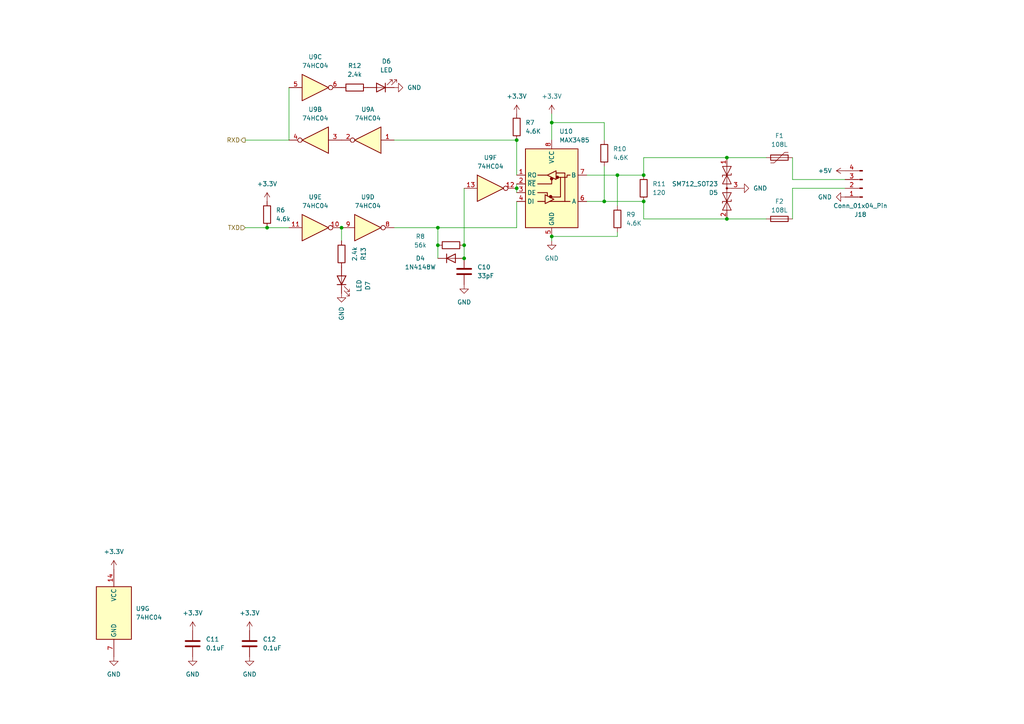
<source format=kicad_sch>
(kicad_sch (version 20230121) (generator eeschema)
  (paper "A4")
  (lib_symbols
    (symbol "74xx:74HC04"
      (property "Reference" "U" (at 0 1.27 0))
      (property "Value" "74HC04" (at 0 -1.27 0))
      (symbol "74HC04_1_0"
        (polyline (pts (xy -3.81 3.81) (xy -3.81 -3.81) (xy 3.81 0) (xy -3.81 3.81)) (stroke (width 0.254)) (fill (type background)))
        (pin input line (at -7.62 0 0) (length 3.81) (name "~") (number "1"))
        (pin output inverted (at 7.62 0 180) (length 3.81) (name "~") (number "2"))
      )
      (symbol "74HC04_2_0"
        (polyline (pts (xy -3.81 3.81) (xy -3.81 -3.81) (xy 3.81 0) (xy -3.81 3.81)) (stroke (width 0.254)) (fill (type background)))
        (pin input line (at -7.62 0 0) (length 3.81) (name "~") (number "3"))
        (pin output inverted (at 7.62 0 180) (length 3.81) (name "~") (number "4"))
      )
      (symbol "74HC04_3_0"
        (polyline (pts (xy -3.81 3.81) (xy -3.81 -3.81) (xy 3.81 0) (xy -3.81 3.81)) (stroke (width 0.254)) (fill (type background)))
        (pin input line (at -7.62 0 0) (length 3.81) (name "~") (number "5"))
        (pin output inverted (at 7.62 0 180) (length 3.81) (name "~") (number "6"))
      )
      (symbol "74HC04_4_0"
        (polyline (pts (xy -3.81 3.81) (xy -3.81 -3.81) (xy 3.81 0) (xy -3.81 3.81)) (stroke (width 0.254)) (fill (type background)))
        (pin output inverted (at 7.62 0 180) (length 3.81) (name "~") (number "8"))
        (pin input line (at -7.62 0 0) (length 3.81) (name "~") (number "9"))
      )
      (symbol "74HC04_5_0"
        (polyline (pts (xy -3.81 3.81) (xy -3.81 -3.81) (xy 3.81 0) (xy -3.81 3.81)) (stroke (width 0.254)) (fill (type background)))
        (pin output inverted (at 7.62 0 180) (length 3.81) (name "~") (number "10"))
        (pin input line (at -7.62 0 0) (length 3.81) (name "~") (number "11"))
      )
      (symbol "74HC04_6_0"
        (polyline (pts (xy -3.81 3.81) (xy -3.81 -3.81) (xy 3.81 0) (xy -3.81 3.81)) (stroke (width 0.254)) (fill (type background)))
        (pin output inverted (at 7.62 0 180) (length 3.81) (name "~") (number "12"))
        (pin input line (at -7.62 0 0) (length 3.81) (name "~") (number "13"))
      )
      (symbol "74HC04_7_0"
        (pin power_in line (at 0 12.7 270) (length 5.08) (name "VCC") (number "14"))
        (pin power_in line (at 0 -12.7 90) (length 5.08) (name "GND") (number "7"))
      )
      (symbol "74HC04_7_1"
        (rectangle (start -5.08 7.62) (end 5.08 -7.62) (stroke (width 0.254)) (fill (type background)))
      )
    )
    (symbol "Connector:Conn_01x04_Pin" (pin_names (offset 1.016) hide)
      (property "Reference" "J" (at 0 5.08 0))
      (property "Value" "Conn_01x04_Pin" (at 0 -7.62 0))
      (symbol "Conn_01x04_Pin_1_1"
        (polyline (pts (xy 1.27 -5.08) (xy 0.8636 -5.08)) (stroke (width 0.1524)))
        (polyline (pts (xy 1.27 -2.54) (xy 0.8636 -2.54)) (stroke (width 0.1524)))
        (polyline (pts (xy 1.27 0) (xy 0.8636 0)) (stroke (width 0.1524)))
        (polyline (pts (xy 1.27 2.54) (xy 0.8636 2.54)) (stroke (width 0.1524)))
        (rectangle (start 0.8636 -4.953) (end 0 -5.207) (stroke (width 0.1524)) (fill (type outline)))
        (rectangle (start 0.8636 -2.413) (end 0 -2.667) (stroke (width 0.1524)) (fill (type outline)))
        (rectangle (start 0.8636 0.127) (end 0 -0.127) (stroke (width 0.1524)) (fill (type outline)))
        (rectangle (start 0.8636 2.667) (end 0 2.413) (stroke (width 0.1524)) (fill (type outline)))
        (pin passive line (at 5.08 2.54 180) (length 3.81) (name "Pin_1") (number "1"))
        (pin passive line (at 5.08 0 180) (length 3.81) (name "Pin_2") (number "2"))
        (pin passive line (at 5.08 -2.54 180) (length 3.81) (name "Pin_3") (number "3"))
        (pin passive line (at 5.08 -5.08 180) (length 3.81) (name "Pin_4") (number "4"))
      )
    )
    (symbol "Device:C" (pin_numbers hide) (pin_names (offset 0.254))
      (property "Reference" "C" (at 0.635 2.54 0))
      (property "Value" "C" (at 0.635 -2.54 0))
      (symbol "C_0_1"
        (polyline (pts (xy -2.032 -0.762) (xy 2.032 -0.762)) (stroke (width 0.508)))
        (polyline (pts (xy -2.032 0.762) (xy 2.032 0.762)) (stroke (width 0.508)))
      )
      (symbol "C_1_1"
        (pin passive line (at 0 3.81 270) (length 2.794) (name "~") (number "1"))
        (pin passive line (at 0 -3.81 90) (length 2.794) (name "~") (number "2"))
      )
    )
    (symbol "Device:Fuse" (pin_numbers hide) (pin_names (offset 0))
      (property "Reference" "F" (at 2.032 0 90))
      (property "Value" "Fuse" (at -1.905 0 90))
      (symbol "Fuse_0_1"
        (rectangle (start -0.762 -2.54) (end 0.762 2.54) (stroke (width 0.254)))
        (polyline (pts (xy 0 2.54) (xy 0 -2.54)))
      )
      (symbol "Fuse_1_1"
        (pin passive line (at 0 3.81 270) (length 1.27) (name "~") (number "1"))
        (pin passive line (at 0 -3.81 90) (length 1.27) (name "~") (number "2"))
      )
    )
    (symbol "Device:LED" (pin_numbers hide) (pin_names (offset 1.016) hide)
      (property "Reference" "D" (at 0 2.54 0))
      (property "Value" "LED" (at 0 -2.54 0))
      (symbol "LED_0_1"
        (polyline (pts (xy -1.27 -1.27) (xy -1.27 1.27)) (stroke (width 0.254)))
        (polyline (pts (xy -1.27 0) (xy 1.27 0)))
        (polyline (pts (xy 1.27 -1.27) (xy 1.27 1.27) (xy -1.27 0) (xy 1.27 -1.27)) (stroke (width 0.254)))
        (polyline (pts (xy -3.048 -0.762) (xy -4.572 -2.286) (xy -3.81 -2.286) (xy -4.572 -2.286) (xy -4.572 -1.524)))
        (polyline (pts (xy -1.778 -0.762) (xy -3.302 -2.286) (xy -2.54 -2.286) (xy -3.302 -2.286) (xy -3.302 -1.524)))
      )
      (symbol "LED_1_1"
        (pin passive line (at -3.81 0 0) (length 2.54) (name "K") (number "1"))
        (pin passive line (at 3.81 0 180) (length 2.54) (name "A") (number "2"))
      )
    )
    (symbol "Device:Polyfuse" (pin_numbers hide) (pin_names (offset 0))
      (property "Reference" "F" (at -2.54 0 90))
      (property "Value" "Polyfuse" (at 2.54 0 90))
      (symbol "Polyfuse_0_1"
        (rectangle (start -0.762 2.54) (end 0.762 -2.54) (stroke (width 0.254)))
        (polyline (pts (xy 0 2.54) (xy 0 -2.54)))
        (polyline (pts (xy -1.524 2.54) (xy -1.524 1.524) (xy 1.524 -1.524) (xy 1.524 -2.54)))
      )
      (symbol "Polyfuse_1_1"
        (pin passive line (at 0 3.81 270) (length 1.27) (name "~") (number "1"))
        (pin passive line (at 0 -3.81 90) (length 1.27) (name "~") (number "2"))
      )
    )
    (symbol "Device:R" (pin_numbers hide) (pin_names (offset 0))
      (property "Reference" "R" (at 2.032 0 90))
      (property "Value" "R" (at 0 0 90))
      (symbol "R_0_1"
        (rectangle (start -1.016 -2.54) (end 1.016 2.54) (stroke (width 0.254)))
      )
      (symbol "R_1_1"
        (pin passive line (at 0 3.81 270) (length 1.27) (name "~") (number "1"))
        (pin passive line (at 0 -3.81 90) (length 1.27) (name "~") (number "2"))
      )
    )
    (symbol "Diode:1N4148W" (pin_numbers hide) (pin_names hide)
      (property "Reference" "D" (at 0 2.54 0))
      (property "Value" "1N4148W" (at 0 -2.54 0))
      (symbol "1N4148W_0_1"
        (polyline (pts (xy -1.27 1.27) (xy -1.27 -1.27)) (stroke (width 0.254)))
        (polyline (pts (xy 1.27 0) (xy -1.27 0)))
        (polyline (pts (xy 1.27 1.27) (xy 1.27 -1.27) (xy -1.27 0) (xy 1.27 1.27)) (stroke (width 0.254)))
      )
      (symbol "1N4148W_1_1"
        (pin passive line (at -3.81 0 0) (length 2.54) (name "K") (number "1"))
        (pin passive line (at 3.81 0 180) (length 2.54) (name "A") (number "2"))
      )
    )
    (symbol "Diode:SM712_SOT23" (pin_names (offset 1.016) hide)
      (property "Reference" "D" (at 0 4.445 0))
      (property "Value" "SM712_SOT23" (at 0 2.54 0))
      (symbol "SM712_SOT23_0_0"
        (polyline (pts (xy 0 -1.27) (xy 0 0)))
      )
      (symbol "SM712_SOT23_0_1"
        (polyline (pts (xy -6.35 0) (xy 6.35 0)))
        (polyline (pts (xy -3.302 1.27) (xy -3.81 1.27) (xy -3.81 -1.27) (xy -4.318 -1.27)) (stroke (width 0.2032)))
        (polyline (pts (xy 4.318 1.27) (xy 3.81 1.27) (xy 3.81 -1.27) (xy 3.302 -1.27)) (stroke (width 0.2032)))
        (polyline (pts (xy -6.35 -1.27) (xy -1.27 1.27) (xy -1.27 -1.27) (xy -6.35 1.27) (xy -6.35 -1.27)) (stroke (width 0.2032)))
        (polyline (pts (xy 1.27 -1.27) (xy 1.27 1.27) (xy 6.35 -1.27) (xy 6.35 1.27) (xy 1.27 -1.27)) (stroke (width 0.2032)))
        (circle (center 0 0) (radius 0.254) (fill (type outline)))
      )
      (symbol "SM712_SOT23_1_1"
        (pin passive line (at -8.89 0 0) (length 2.54) (name "A1") (number "1"))
        (pin passive line (at 8.89 0 180) (length 2.54) (name "A2") (number "2"))
        (pin input line (at 0 -3.81 90) (length 2.54) (name "common") (number "3"))
      )
    )
    (symbol "Interface_UART:MAX3485"
      (property "Reference" "U" (at -6.096 11.43 0))
      (property "Value" "MAX3485" (at 0.762 11.43 0))
      (symbol "MAX3485_0_1"
        (rectangle (start -7.62 10.16) (end 7.62 -12.7) (stroke (width 0.254)) (fill (type background)))
        (circle (center -0.3048 -3.683) (radius 0.3556) (stroke (width 0.254)) (fill (type outline)))
        (circle (center -0.0254 1.4986) (radius 0.3556) (stroke (width 0.254)) (fill (type outline)))
        (polyline (pts (xy -4.064 -5.08) (xy -1.905 -5.08)) (stroke (width 0.254)))
        (polyline (pts (xy -4.064 2.54) (xy -1.27 2.54)) (stroke (width 0.254)))
        (polyline (pts (xy -1.27 -3.2004) (xy -1.27 -3.4544)) (stroke (width 0.254)))
        (polyline (pts (xy -0.635 -5.08) (xy 5.334 -5.08)) (stroke (width 0.254)))
        (polyline (pts (xy -4.064 -2.54) (xy -1.27 -2.54) (xy -1.27 -3.175)) (stroke (width 0.254)))
        (polyline (pts (xy 0 1.27) (xy 0 0) (xy -4.064 0)) (stroke (width 0.254)))
        (polyline (pts (xy 1.27 3.175) (xy 3.81 3.175) (xy 3.81 -5.08)) (stroke (width 0.254)))
        (polyline (pts (xy 2.54 1.905) (xy 2.54 -3.81) (xy 0 -3.81)) (stroke (width 0.254)))
        (polyline (pts (xy -1.905 -3.175) (xy -1.905 -5.715) (xy 0.635 -4.445) (xy -1.905 -3.175)) (stroke (width 0.254)))
        (polyline (pts (xy -1.27 2.54) (xy 1.27 3.81) (xy 1.27 1.27) (xy -1.27 2.54)) (stroke (width 0.254)))
        (polyline (pts (xy 1.905 1.905) (xy 4.445 1.905) (xy 4.445 2.54) (xy 5.334 2.54)) (stroke (width 0.254)))
        (rectangle (start 1.27 3.175) (end 1.27 3.175))
        (circle (center 1.651 1.905) (radius 0.3556) (stroke (width 0.254)) (fill (type outline)))
      )
      (symbol "MAX3485_1_1"
        (pin output line (at -10.16 2.54 0) (length 2.54) (name "RO") (number "1"))
        (pin input line (at -10.16 0 0) (length 2.54) (name "~{RE}") (number "2"))
        (pin input line (at -10.16 -2.54 0) (length 2.54) (name "DE") (number "3"))
        (pin input line (at -10.16 -5.08 0) (length 2.54) (name "DI") (number "4"))
        (pin power_in line (at 0 -15.24 90) (length 2.54) (name "GND") (number "5"))
        (pin bidirectional line (at 10.16 -5.08 180) (length 2.54) (name "A") (number "6"))
        (pin bidirectional line (at 10.16 2.54 180) (length 2.54) (name "B") (number "7"))
        (pin power_in line (at 0 12.7 270) (length 2.54) (name "VCC") (number "8"))
      )
    )
    (symbol "power:+3.3V" (power) (pin_names (offset 0))
      (property "Value" "+3.3V" (at 0 3.556 0))
      (symbol "+3.3V_0_1"
        (polyline (pts (xy -0.762 1.27) (xy 0 2.54)))
        (polyline (pts (xy 0 0) (xy 0 2.54)))
        (polyline (pts (xy 0 2.54) (xy 0.762 1.27)))
      )
      (symbol "+3.3V_1_1"
        (pin power_in line (at 0 0 90) (length 0) hide (name "+3.3V") (number "1"))
      )
    )
    (symbol "power:+5V" (power) (pin_names (offset 0))
      (property "Value" "+5V" (at 0 3.556 0))
      (symbol "+5V_0_1"
        (polyline (pts (xy -0.762 1.27) (xy 0 2.54)))
        (polyline (pts (xy 0 0) (xy 0 2.54)))
        (polyline (pts (xy 0 2.54) (xy 0.762 1.27)))
      )
      (symbol "+5V_1_1"
        (pin power_in line (at 0 0 90) (length 0) hide (name "+5V") (number "1"))
      )
    )
    (symbol "power:GND" (power) (pin_names (offset 0))
      (property "Value" "GND" (at 0 -3.81 0))
      (symbol "GND_0_1"
        (polyline (pts (xy 0 0) (xy 0 -1.27) (xy 1.27 -1.27) (xy 0 -2.54) (xy -1.27 -1.27) (xy 0 -1.27)))
      )
      (symbol "GND_1_1"
        (pin power_in line (at 0 0 270) (length 0) hide (name "GND") (number "1"))
      )
    )
  )
  (junction (at 186.69 50.8))
  (junction (at 149.86 54.61))
  (junction (at 160.02 35.56))
  (junction (at 186.69 58.42))
  (junction (at 210.82 45.72))
  (junction (at 99.06 66.04))
  (junction (at 77.47 66.04))
  (junction (at 179.07 50.8))
  (junction (at 160.02 68.58))
  (junction (at 127 66.04))
  (junction (at 134.62 74.93))
  (junction (at 149.86 40.64))
  (junction (at 210.82 63.5))
  (junction (at 127 71.12))
  (junction (at 134.62 71.12))
  (junction (at 175.26 58.42))
  (wire (pts (xy 186.69 45.72) (xy 186.69 50.8)))
  (wire (pts (xy 83.82 25.4) (xy 83.82 40.64)))
  (wire (pts (xy 229.87 45.72) (xy 229.87 52.07)))
  (wire (pts (xy 175.26 58.42) (xy 186.69 58.42)))
  (wire (pts (xy 149.86 66.04) (xy 149.86 58.42)))
  (wire (pts (xy 127 66.04) (xy 127 71.12)))
  (wire (pts (xy 99.06 66.04) (xy 99.06 69.85)))
  (wire (pts (xy 229.87 52.07) (xy 245.11 52.07)))
  (wire (pts (xy 149.86 54.61) (xy 149.86 55.88)))
  (wire (pts (xy 229.87 54.61) (xy 229.87 63.5)))
  (wire (pts (xy 210.82 63.5) (xy 222.25 63.5)))
  (wire (pts (xy 127 66.04) (xy 149.86 66.04)))
  (wire (pts (xy 175.26 35.56) (xy 175.26 40.64)))
  (wire (pts (xy 127 71.12) (xy 127 74.93)))
  (wire (pts (xy 186.69 63.5) (xy 210.82 63.5)))
  (wire (pts (xy 71.12 40.64) (xy 83.82 40.64)))
  (wire (pts (xy 179.07 67.31) (xy 179.07 68.58)))
  (wire (pts (xy 160.02 33.02) (xy 160.02 35.56)))
  (wire (pts (xy 179.07 59.69) (xy 179.07 50.8)))
  (wire (pts (xy 149.86 53.34) (xy 149.86 54.61)))
  (wire (pts (xy 210.82 45.72) (xy 222.25 45.72)))
  (wire (pts (xy 186.69 45.72) (xy 210.82 45.72)))
  (wire (pts (xy 170.18 58.42) (xy 175.26 58.42)))
  (wire (pts (xy 114.3 66.04) (xy 127 66.04)))
  (wire (pts (xy 134.62 71.12) (xy 134.62 54.61)))
  (wire (pts (xy 134.62 74.93) (xy 134.62 71.12)))
  (wire (pts (xy 229.87 54.61) (xy 245.11 54.61)))
  (wire (pts (xy 175.26 58.42) (xy 175.26 48.26)))
  (wire (pts (xy 149.86 40.64) (xy 114.3 40.64)))
  (wire (pts (xy 179.07 50.8) (xy 186.69 50.8)))
  (wire (pts (xy 160.02 35.56) (xy 175.26 35.56)))
  (wire (pts (xy 160.02 68.58) (xy 179.07 68.58)))
  (wire (pts (xy 179.07 50.8) (xy 170.18 50.8)))
  (wire (pts (xy 160.02 35.56) (xy 160.02 40.64)))
  (wire (pts (xy 71.12 66.04) (xy 77.47 66.04)))
  (wire (pts (xy 77.47 66.04) (xy 83.82 66.04)))
  (wire (pts (xy 186.69 63.5) (xy 186.69 58.42)))
  (wire (pts (xy 160.02 69.85) (xy 160.02 68.58)))
  (wire (pts (xy 149.86 50.8) (xy 149.86 40.64)))
  (hierarchical_label "RXD" (shape output) (at 71.12 40.64 180))
  (hierarchical_label "TXD" (shape input) (at 71.12 66.04 180))
  (symbol (lib_id "Device:R") (at 77.47 62.23 0) (unit 1)
    (property "Reference" "R6" (at 80.01 60.96 0) (effects (justify left)))
    (property "Value" "4.6k" (at 80.01 63.5 0) (effects (justify left)))
    (property "Footprint" "Resistor_SMD:R_1206_3216Metric_Pad1.30x1.75mm_HandSolder" (effects hide))
    (instances (project "LITEXCNC-HUB75HAT" (path "" (reference "R6") (unit 1)) (path "" (reference "R16") (unit 1))))
  )
  (symbol (lib_id "Device:R") (at 179.07 63.5 0) (unit 1)
    (property "Reference" "R9" (at 181.61 62.23 0) (effects (justify left)))
    (property "Value" "4.6K" (at 181.61 64.77 0) (effects (justify left)))
    (property "Footprint" "Resistor_SMD:R_1206_3216Metric_Pad1.30x1.75mm_HandSolder" (effects hide))
    (instances (project "LITEXCNC-HUB75HAT" (path "" (reference "R9") (unit 1)) (path "" (reference "R20") (unit 1))))
  )
  (symbol (lib_id "Diode:SM712_SOT23") (at 210.82 54.61 90) (mirror x) (unit 1)
    (property "Reference" "D5" (at 208.28 55.88 90) (effects (justify left)))
    (property "Value" "SM712_SOT23" (at 208.28 53.34 90) (effects (justify left)))
    (property "Footprint" "Package_TO_SOT_SMD:SOT-23" (effects hide))
    (property "Datasheet" "https://www.littelfuse.com/~/media/electronics/datasheets/tvs_diode_arrays/littelfuse_tvs_diode_array_sm712_datasheet.pdf.pdf" (effects hide))
    (instances (project "LITEXCNC-HUB75HAT" (path "" (reference "D5") (unit 1)) (path "" (reference "D11") (unit 1))))
  )
  (symbol (lib_id "power:GND") (at 72.39 190.5 0) (unit 1)
    (property "Reference" "#PWR082" (effects hide))
    (property "Value" "GND" (at 72.39 195.58 0))
    (instances (project "LITEXCNC-HUB75HAT" (path "" (reference "#PWR082") (unit 1)) (path "" (reference "#PWR095") (unit 1))))
  )
  (symbol (lib_id "Connector:Conn_01x04_Pin") (at 250.19 54.61 180) (unit 1)
    (property "Reference" "J18" (at 249.555 62.23 0))
    (property "Value" "Conn_01x04_Pin" (at 249.555 59.69 0))
    (property "Footprint" "Connector_JST:JST_XH_B4B-XH-A_1x04_P2.50mm_Vertical" (effects hide))
    (instances (project "LITEXCNC-HUB75HAT" (path "" (reference "J18") (unit 1)) (path "" (reference "J18") (unit 1)) (path "" (reference "J19") (unit 1))))
  )
  (symbol (lib_id "74xx:74HC04") (at 91.44 25.4 0) (unit 3)
    (property "Reference" "U9" (at 91.44 16.51 0))
    (property "Value" "74HC04" (at 91.44 19.05 0))
    (property "Footprint" "Package_SO:SOIC-14_3.9x8.7mm_P1.27mm" (effects hide))
    (property "Datasheet" "https://assets.nexperia.com/documents/data-sheet/74HC_HCT04.pdf" (effects hide))
    (instances (project "LITEXCNC-HUB75HAT" (path "" (reference "U9") (unit 3)) (path "" (reference "U11") (unit 3))))
  )
  (symbol (lib_id "power:GND") (at 33.02 190.5 0) (unit 1)
    (property "Reference" "#PWR080" (effects hide))
    (property "Value" "GND" (at 33.02 195.58 0))
    (instances (project "LITEXCNC-HUB75HAT" (path "" (reference "#PWR080") (unit 1)) (path "" (reference "#PWR089") (unit 1))))
  )
  (symbol (lib_id "Device:LED") (at 110.49 25.4 180) (unit 1)
    (property "Reference" "D6" (at 112.0775 17.78 0))
    (property "Value" "LED" (at 112.0775 20.32 0))
    (property "Footprint" "LED_SMD:LED_1206_3216Metric_Pad1.42x1.75mm_HandSolder" (effects hide))
    (instances (project "LITEXCNC-HUB75HAT" (path "" (reference "D6") (unit 1)) (path "" (reference "D8") (unit 1))))
  )
  (symbol (lib_id "power:GND") (at 160.02 69.85 0) (unit 1)
    (property "Reference" "#PWR078" (effects hide))
    (property "Value" "GND" (at 160.02 74.93 0))
    (instances (project "LITEXCNC-HUB75HAT" (path "" (reference "#PWR078") (unit 1)) (path "" (reference "#PWR0100") (unit 1))))
  )
  (symbol (lib_id "power:GND") (at 214.63 54.61 90) (unit 1)
    (property "Reference" "#PWR085" (effects hide))
    (property "Value" "GND" (at 218.44 54.61 90) (effects (justify right)))
    (instances (project "LITEXCNC-HUB75HAT" (path "" (reference "#PWR085") (unit 1)) (path "" (reference "#PWR0101") (unit 1))))
  )
  (symbol (lib_id "Device:Polyfuse") (at 226.06 45.72 90) (unit 1)
    (property "Reference" "F1" (at 226.06 39.37 90))
    (property "Value" "108L" (at 226.06 41.91 90))
    (property "Footprint" "Fuse:Fuse_1812_4532Metric_Pad1.30x3.40mm_HandSolder" (effects hide))
    (instances (project "LITEXCNC-HUB75HAT" (path "" (reference "F1") (unit 1)) (path "" (reference "F3") (unit 1))))
  )
  (symbol (lib_id "74xx:74HC04") (at 91.44 66.04 0) (unit 5)
    (property "Reference" "U9" (at 91.44 57.15 0))
    (property "Value" "74HC04" (at 91.44 59.69 0))
    (property "Footprint" "Package_SO:SOIC-14_3.9x8.7mm_P1.27mm" (effects hide))
    (property "Datasheet" "https://assets.nexperia.com/documents/data-sheet/74HC_HCT04.pdf" (effects hide))
    (instances (project "LITEXCNC-HUB75HAT" (path "" (reference "U9") (unit 5)) (path "" (reference "U11") (unit 5))))
  )
  (symbol (lib_id "power:+5V") (at 245.11 49.53 90) (unit 1)
    (property "Reference" "#PWR0104" (effects hide))
    (property "Value" "+5V" (at 241.3 49.53 90) (effects (justify left)))
    (instances (project "LITEXCNC-HUB75HAT" (path "" (reference "#PWR0104") (unit 1)) (path "" (reference "#PWR0105") (unit 1))))
  )
  (symbol (lib_id "Device:R") (at 102.87 25.4 90) (unit 1)
    (property "Reference" "R12" (at 102.87 19.05 90))
    (property "Value" "2.4k" (at 102.87 21.59 90))
    (property "Footprint" "Resistor_SMD:R_1206_3216Metric_Pad1.30x1.75mm_HandSolder" (effects hide))
    (instances (project "LITEXCNC-HUB75HAT" (path "" (reference "R12") (unit 1)) (path "" (reference "R14") (unit 1))))
  )
  (symbol (lib_id "Device:C") (at 134.62 78.74 0) (unit 1)
    (property "Reference" "C10" (at 138.43 77.47 0) (effects (justify left)))
    (property "Value" "33pF" (at 138.43 80.01 0) (effects (justify left)))
    (property "Footprint" "Capacitor_SMD:C_1206_3216Metric_Pad1.33x1.80mm_HandSolder" (effects hide))
    (instances (project "LITEXCNC-HUB75HAT" (path "" (reference "C10") (unit 1)) (path "" (reference "C15") (unit 1))))
  )
  (symbol (lib_id "power:+3.3V") (at 149.86 33.02 0) (unit 1)
    (property "Reference" "#PWR075" (effects hide))
    (property "Value" "+3.3V" (at 149.86 27.94 0))
    (instances (project "LITEXCNC-HUB75HAT" (path "" (reference "#PWR075") (unit 1)) (path "" (reference "#PWR098") (unit 1))))
  )
  (symbol (lib_id "power:+3.3V") (at 160.02 33.02 0) (unit 1)
    (property "Reference" "#PWR076" (effects hide))
    (property "Value" "+3.3V" (at 160.02 27.94 0))
    (instances (project "LITEXCNC-HUB75HAT" (path "" (reference "#PWR076") (unit 1)) (path "" (reference "#PWR099") (unit 1))))
  )
  (symbol (lib_id "power:GND") (at 99.06 85.09 0) (unit 1)
    (property "Reference" "#PWR087" (effects hide))
    (property "Value" "GND" (at 99.06 88.9 90) (effects (justify right)))
    (instances (project "LITEXCNC-HUB75HAT" (path "" (reference "#PWR087") (unit 1)) (path "" (reference "#PWR093") (unit 1))))
  )
  (symbol (lib_id "Device:R") (at 186.69 54.61 0) (unit 1)
    (property "Reference" "R11" (at 189.23 53.34 0) (effects (justify left)))
    (property "Value" "120" (at 189.23 55.88 0) (effects (justify left)))
    (property "Footprint" "Resistor_SMD:R_1206_3216Metric_Pad1.30x1.75mm_HandSolder" (effects hide))
    (instances (project "LITEXCNC-HUB75HAT" (path "" (reference "R11") (unit 1)) (path "" (reference "R21") (unit 1))))
  )
  (symbol (lib_id "Device:Fuse") (at 226.06 63.5 270) (unit 1)
    (property "Reference" "F2" (at 226.06 58.42 90))
    (property "Value" "108L" (at 226.06 60.96 90))
    (property "Footprint" "Fuse:Fuse_1812_4532Metric_Pad1.30x3.40mm_HandSolder" (effects hide))
    (instances (project "LITEXCNC-HUB75HAT" (path "" (reference "F2") (unit 1)) (path "" (reference "F4") (unit 1))))
  )
  (symbol (lib_id "power:+3.3V") (at 72.39 182.88 0) (unit 1)
    (property "Reference" "#PWR084" (effects hide))
    (property "Value" "+3.3V" (at 72.39 177.8 0))
    (instances (project "LITEXCNC-HUB75HAT" (path "" (reference "#PWR084") (unit 1)) (path "" (reference "#PWR094") (unit 1))))
  )
  (symbol (lib_id "74xx:74HC04") (at 91.44 40.64 180) (unit 2)
    (property "Reference" "U9" (at 91.44 31.75 0))
    (property "Value" "74HC04" (at 91.44 34.29 0))
    (property "Footprint" "Package_SO:SOIC-14_3.9x8.7mm_P1.27mm" (effects hide))
    (property "Datasheet" "https://assets.nexperia.com/documents/data-sheet/74HC_HCT04.pdf" (effects hide))
    (instances (project "LITEXCNC-HUB75HAT" (path "" (reference "U9") (unit 2)) (path "" (reference "U11") (unit 2))))
  )
  (symbol (lib_id "power:GND") (at 55.88 190.5 0) (unit 1)
    (property "Reference" "#PWR081" (effects hide))
    (property "Value" "GND" (at 55.88 195.58 0))
    (instances (project "LITEXCNC-HUB75HAT" (path "" (reference "#PWR081") (unit 1)) (path "" (reference "#PWR091") (unit 1))))
  )
  (symbol (lib_id "power:+3.3V") (at 55.88 182.88 0) (unit 1)
    (property "Reference" "#PWR083" (effects hide))
    (property "Value" "+3.3V" (at 55.88 177.8 0))
    (instances (project "LITEXCNC-HUB75HAT" (path "" (reference "#PWR083") (unit 1)) (path "" (reference "#PWR090") (unit 1))))
  )
  (symbol (lib_id "74xx:74HC04") (at 106.68 66.04 0) (unit 4)
    (property "Reference" "U9" (at 106.68 57.15 0))
    (property "Value" "74HC04" (at 106.68 59.69 0))
    (property "Footprint" "Package_SO:SOIC-14_3.9x8.7mm_P1.27mm" (effects hide))
    (property "Datasheet" "https://assets.nexperia.com/documents/data-sheet/74HC_HCT04.pdf" (effects hide))
    (instances (project "LITEXCNC-HUB75HAT" (path "" (reference "U9") (unit 4)) (path "" (reference "U11") (unit 4))))
  )
  (symbol (lib_id "Device:LED") (at 99.06 81.28 90) (unit 1)
    (property "Reference" "D7" (at 106.68 82.8675 0))
    (property "Value" "LED" (at 104.14 82.8675 0))
    (property "Footprint" "LED_SMD:LED_1206_3216Metric_Pad1.42x1.75mm_HandSolder" (effects hide))
    (instances (project "LITEXCNC-HUB75HAT" (path "" (reference "D7") (unit 1)) (path "" (reference "D9") (unit 1))))
  )
  (symbol (lib_id "Device:C") (at 72.39 186.69 0) (unit 1)
    (property "Reference" "C12" (at 76.2 185.42 0) (effects (justify left)))
    (property "Value" "0.1uF" (at 76.2 187.96 0) (effects (justify left)))
    (property "Footprint" "Capacitor_SMD:C_1206_3216Metric_Pad1.33x1.80mm_HandSolder" (effects hide))
    (instances (project "LITEXCNC-HUB75HAT" (path "" (reference "C12") (unit 1)) (path "" (reference "C14") (unit 1))))
  )
  (symbol (lib_id "power:+3.3V") (at 77.47 58.42 0) (unit 1)
    (property "Reference" "#PWR074" (effects hide))
    (property "Value" "+3.3V" (at 77.47 53.34 0))
    (instances (project "LITEXCNC-HUB75HAT" (path "" (reference "#PWR074") (unit 1)) (path "" (reference "#PWR096") (unit 1))))
  )
  (symbol (lib_id "power:+3.3V") (at 33.02 165.1 0) (unit 1)
    (property "Reference" "#PWR079" (effects hide))
    (property "Value" "+3.3V" (at 33.02 160.02 0))
    (instances (project "LITEXCNC-HUB75HAT" (path "" (reference "#PWR079") (unit 1)) (path "" (reference "#PWR088") (unit 1))))
  )
  (symbol (lib_id "Interface_UART:MAX3485") (at 160.02 53.34 0) (unit 1)
    (property "Reference" "U10" (at 162.2141 38.1 0) (effects (justify left)))
    (property "Value" "MAX3485" (at 162.2141 40.64 0) (effects (justify left)))
    (property "Footprint" "Package_SO:SOIC-8_3.9x4.9mm_P1.27mm" (effects hide))
    (property "Datasheet" "https://datasheets.maximintegrated.com/en/ds/MAX3483-MAX3491.pdf" (effects hide))
    (instances (project "LITEXCNC-HUB75HAT" (path "" (reference "U10") (unit 1)) (path "" (reference "U12") (unit 1))))
  )
  (symbol (lib_id "74xx:74HC04") (at 106.68 40.64 180) (unit 1)
    (property "Reference" "U9" (at 106.68 31.75 0))
    (property "Value" "74HC04" (at 106.68 34.29 0))
    (property "Footprint" "Package_SO:SOIC-14_3.9x8.7mm_P1.27mm" (effects hide))
    (property "Datasheet" "https://assets.nexperia.com/documents/data-sheet/74HC_HCT04.pdf" (effects hide))
    (instances (project "LITEXCNC-HUB75HAT" (path "" (reference "U9") (unit 1)) (path "" (reference "U11") (unit 1))))
  )
  (symbol (lib_id "Device:R") (at 175.26 44.45 0) (unit 1)
    (property "Reference" "R10" (at 177.8 43.18 0) (effects (justify left)))
    (property "Value" "4.6K" (at 177.8 45.72 0) (effects (justify left)))
    (property "Footprint" "Resistor_SMD:R_1206_3216Metric_Pad1.30x1.75mm_HandSolder" (effects hide))
    (instances (project "LITEXCNC-HUB75HAT" (path "" (reference "R10") (unit 1)) (path "" (reference "R19") (unit 1))))
  )
  (symbol (lib_id "74xx:74HC04") (at 33.02 177.8 0) (unit 7)
    (property "Reference" "U9" (at 39.37 176.53 0) (effects (justify left)))
    (property "Value" "74HC04" (at 39.37 179.07 0) (effects (justify left)))
    (property "Footprint" "Package_SO:SOIC-14_3.9x8.7mm_P1.27mm" (effects hide))
    (property "Datasheet" "https://assets.nexperia.com/documents/data-sheet/74HC_HCT04.pdf" (effects hide))
    (instances (project "LITEXCNC-HUB75HAT" (path "" (reference "U9") (unit 7)) (path "" (reference "U11") (unit 7))))
  )
  (symbol (lib_id "Device:R") (at 149.86 36.83 0) (unit 1)
    (property "Reference" "R7" (at 152.4 35.56 0) (effects (justify left)))
    (property "Value" "4.6K" (at 152.4 38.1 0) (effects (justify left)))
    (property "Footprint" "Resistor_SMD:R_1206_3216Metric_Pad1.30x1.75mm_HandSolder" (effects hide))
    (instances (project "LITEXCNC-HUB75HAT" (path "" (reference "R7") (unit 1)) (path "" (reference "R18") (unit 1))))
  )
  (symbol (lib_id "74xx:74HC04") (at 142.24 54.61 0) (unit 6)
    (property "Reference" "U9" (at 142.24 45.72 0))
    (property "Value" "74HC04" (at 142.24 48.26 0))
    (property "Footprint" "Package_SO:SOIC-14_3.9x8.7mm_P1.27mm" (effects hide))
    (property "Datasheet" "https://assets.nexperia.com/documents/data-sheet/74HC_HCT04.pdf" (effects hide))
    (instances (project "LITEXCNC-HUB75HAT" (path "" (reference "U9") (unit 6)) (path "" (reference "U11") (unit 6))))
  )
  (symbol (lib_id "power:GND") (at 134.62 82.55 0) (unit 1)
    (property "Reference" "#PWR077" (effects hide))
    (property "Value" "GND" (at 134.62 87.63 0))
    (instances (project "LITEXCNC-HUB75HAT" (path "" (reference "#PWR077") (unit 1)) (path "" (reference "#PWR097") (unit 1))))
  )
  (symbol (lib_id "Device:C") (at 55.88 186.69 0) (unit 1)
    (property "Reference" "C11" (at 59.69 185.42 0) (effects (justify left)))
    (property "Value" "0.1uF" (at 59.69 187.96 0) (effects (justify left)))
    (property "Footprint" "Capacitor_SMD:C_1206_3216Metric_Pad1.33x1.80mm_HandSolder" (effects hide))
    (instances (project "LITEXCNC-HUB75HAT" (path "" (reference "C11") (unit 1)) (path "" (reference "C13") (unit 1))))
  )
  (symbol (lib_id "Device:R") (at 99.06 73.66 0) (unit 1)
    (property "Reference" "R13" (at 105.41 73.66 90))
    (property "Value" "2.4k" (at 102.87 73.66 90))
    (property "Footprint" "Resistor_SMD:R_1206_3216Metric_Pad1.30x1.75mm_HandSolder" (effects hide))
    (instances (project "LITEXCNC-HUB75HAT" (path "" (reference "R13") (unit 1)) (path "" (reference "R15") (unit 1))))
  )
  (symbol (lib_id "power:GND") (at 114.3 25.4 90) (unit 1)
    (property "Reference" "#PWR086" (effects hide))
    (property "Value" "GND" (at 118.11 25.4 90) (effects (justify right)))
    (instances (project "LITEXCNC-HUB75HAT" (path "" (reference "#PWR086") (unit 1)) (path "" (reference "#PWR092") (unit 1))))
  )
  (symbol (lib_id "Device:R") (at 130.81 71.12 90) (unit 1)
    (property "Reference" "R8" (at 121.92 68.58 90))
    (property "Value" "56k" (at 121.92 71.12 90))
    (property "Footprint" "Resistor_SMD:R_1206_3216Metric_Pad1.30x1.75mm_HandSolder" (effects hide))
    (instances (project "LITEXCNC-HUB75HAT" (path "" (reference "R8") (unit 1)) (path "" (reference "R17") (unit 1))))
  )
  (symbol (lib_id "Diode:1N4148W") (at 130.81 74.93 0) (unit 1)
    (property "Reference" "D4" (at 121.92 74.93 0))
    (property "Value" "1N4148W" (at 121.92 77.47 0))
    (property "Footprint" "Diode_SMD:D_SOD-123" (effects hide))
    (property "Datasheet" "https://www.vishay.com/docs/85748/1n4148w.pdf" (effects hide))
    (property "Sim.Device" "D" (effects hide))
    (property "Sim.Pins" "1=K 2=A" (effects hide))
    (instances (project "LITEXCNC-HUB75HAT" (path "" (reference "D4") (unit 1)) (path "" (reference "D10") (unit 1))))
  )
  (symbol (lib_id "power:GND") (at 245.11 57.15 270) (unit 1)
    (property "Reference" "#PWR0102" (effects hide))
    (property "Value" "GND" (at 241.3 57.15 90) (effects (justify right)))
    (instances (project "LITEXCNC-HUB75HAT" (path "" (reference "#PWR0102") (unit 1)) (path "" (reference "#PWR0103") (unit 1))))
  )
)
</source>
